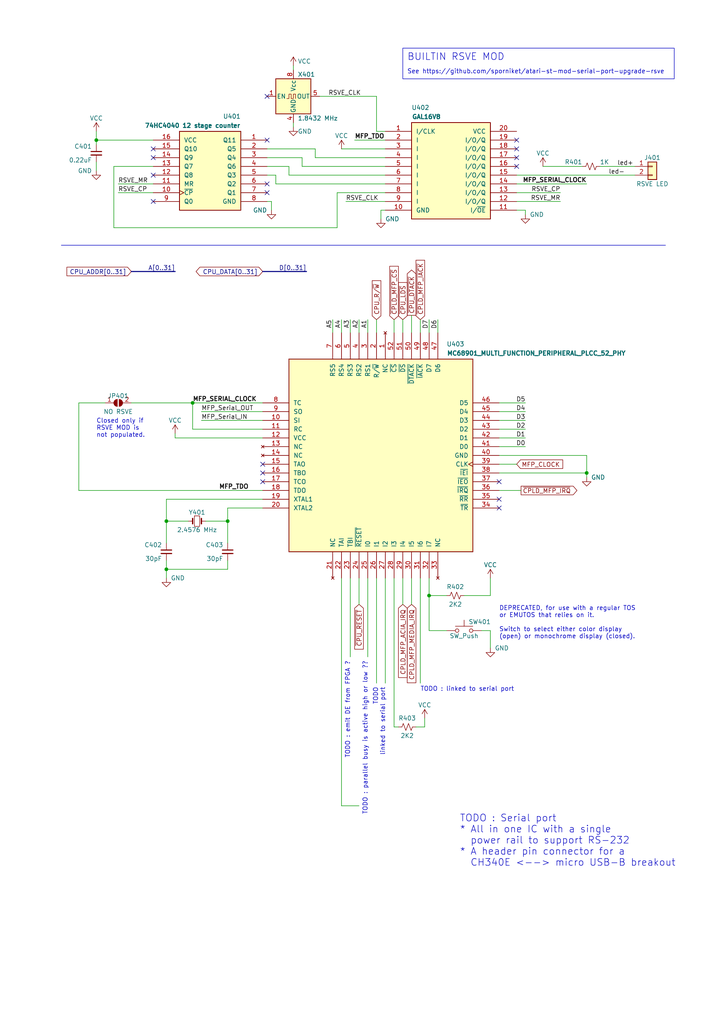
<source format=kicad_sch>
(kicad_sch (version 20230121) (generator eeschema)
  (paper "A4" portrait)
  (title_block (title "Ximera XMR1020 mainboard") (date "2025-07-22") (rev "Mk-0 draft") (company "Sporniket") (comment 3 "https://github.com/sporniket/ximera-xmr1020-mainboard-by-sporniket.git") (comment 4 "Original repository :"))
  (lib_symbols
    (symbol "74x4040:12-STAGE_BINARY_RIPPLE_COUNTER_PHY" (pin_names (offset 1.27))
      (property "Reference" "U" (at -8.89 16.51 0))
      (property "Value" "12-STAGE_BINARY_RIPPLE_COUNTER_PHY" (at -8.89 13.97 0))
      (symbol "12-STAGE_BINARY_RIPPLE_COUNTER_PHY_0_0"
        (rectangle (start -8.89 11.43) (end 8.89 -11.43) (stroke (width 0.254)) (fill (type background)))
        (pin output line (at -16.51 8.89 0) (length 7.62) (name "Q11") (number "1"))
        (pin input clock (at 16.51 -6.35 180) (length 7.62) (name "~{CP}") (number "10"))
        (pin input line (at 16.51 -3.81 180) (length 7.62) (name "MR") (number "11"))
        (pin output line (at 16.51 -1.27 180) (length 7.62) (name "Q8") (number "12"))
        (pin output line (at 16.51 1.27 180) (length 7.62) (name "Q7") (number "13"))
        (pin output line (at 16.51 3.81 180) (length 7.62) (name "Q9") (number "14"))
        (pin output line (at 16.51 6.35 180) (length 7.62) (name "Q10") (number "15"))
        (pin power_in line (at 16.51 8.89 180) (length 7.62) (name "VCC") (number "16"))
        (pin output line (at -16.51 6.35 0) (length 7.62) (name "Q5") (number "2"))
        (pin output line (at -16.51 3.81 0) (length 7.62) (name "Q4") (number "3"))
        (pin output line (at -16.51 1.27 0) (length 7.62) (name "Q6") (number "4"))
        (pin output line (at -16.51 -1.27 0) (length 7.62) (name "Q3") (number "5"))
        (pin output line (at -16.51 -3.81 0) (length 7.62) (name "Q2") (number "6"))
        (pin output line (at -16.51 -6.35 0) (length 7.62) (name "Q1") (number "7"))
        (pin power_in line (at -16.51 -8.89 0) (length 7.62) (name "GND") (number "8"))
        (pin output line (at 16.51 -8.89 180) (length 7.62) (name "Q0") (number "9"))
      )
    )
    (symbol "Connector_Generic:Conn_01x02" (pin_names (offset 1.016) hide)
      (property "Reference" "J" (at 0 2.54 0))
      (property "Value" "Conn_01x02" (at 0 -5.08 0))
      (symbol "Conn_01x02_1_1"
        (rectangle (start -1.27 -2.413) (end 0 -2.667) (stroke (width 0.1524)))
        (rectangle (start -1.27 0.127) (end 0 -0.127) (stroke (width 0.1524)))
        (rectangle (start -1.27 1.27) (end 1.27 -3.81) (stroke (width 0.254)) (fill (type background)))
        (pin passive line (at -5.08 0 0) (length 3.81) (name "Pin_1") (number "1"))
        (pin passive line (at -5.08 -2.54 0) (length 3.81) (name "Pin_2") (number "2"))
      )
    )
    (symbol "Device:C_Small" (pin_numbers hide) (pin_names (offset 0.254) hide)
      (property "Reference" "C" (at 0.254 1.778 0))
      (property "Value" "C_Small" (at 0.254 -2.032 0))
      (symbol "C_Small_0_1"
        (polyline (pts (xy -1.524 -0.508) (xy 1.524 -0.508)) (stroke (width 0.3302)))
        (polyline (pts (xy -1.524 0.508) (xy 1.524 0.508)) (stroke (width 0.3048)))
      )
      (symbol "C_Small_1_1"
        (pin passive line (at 0 2.54 270) (length 2.032) (name "~") (number "1"))
        (pin passive line (at 0 -2.54 90) (length 2.032) (name "~") (number "2"))
      )
    )
    (symbol "Device:Crystal_Small" (pin_numbers hide) (pin_names (offset 1.016) hide)
      (property "Reference" "Y" (at 0 2.54 0))
      (property "Value" "Crystal_Small" (at 0 -2.54 0))
      (symbol "Crystal_Small_0_1"
        (rectangle (start -0.762 -1.524) (end 0.762 1.524))
        (polyline (pts (xy -1.27 -0.762) (xy -1.27 0.762)) (stroke (width 0.381)))
        (polyline (pts (xy 1.27 -0.762) (xy 1.27 0.762)) (stroke (width 0.381)))
      )
      (symbol "Crystal_Small_1_1"
        (pin passive line (at -2.54 0 0) (length 1.27) (name "1") (number "1"))
        (pin passive line (at 2.54 0 180) (length 1.27) (name "2") (number "2"))
      )
    )
    (symbol "Device:R_Small_US" (pin_numbers hide) (pin_names (offset 0.254) hide)
      (property "Reference" "R" (at 0.762 0.508 0))
      (property "Value" "R_Small_US" (at 0.762 -1.016 0))
      (symbol "R_Small_US_1_1"
        (polyline (pts (xy 0 0) (xy 1.016 -0.381) (xy 0 -0.762) (xy -1.016 -1.143) (xy 0 -1.524)))
        (polyline (pts (xy 0 1.524) (xy 1.016 1.143) (xy 0 0.762) (xy -1.016 0.381) (xy 0 0)))
        (pin passive line (at 0 2.54 270) (length 1.016) (name "~") (number "1"))
        (pin passive line (at 0 -2.54 90) (length 1.016) (name "~") (number "2"))
      )
    )
    (symbol "Jumper:SolderJumper_2_Open" (pin_names (offset 0) hide)
      (property "Reference" "JP" (at 0 2.032 0))
      (property "Value" "SolderJumper_2_Open" (at 0 -2.54 0))
      (symbol "SolderJumper_2_Open_0_1"
        (arc (start -0.254 1.016) (mid -1.2656 0) (end -0.254 -1.016))
        (arc (start -0.254 1.016) (mid -1.2656 0) (end -0.254 -1.016) (fill (type outline)))
        (polyline (pts (xy -0.254 1.016) (xy -0.254 -1.016)))
        (polyline (pts (xy 0.254 1.016) (xy 0.254 -1.016)))
        (arc (start 0.254 -1.016) (mid 1.2656 0) (end 0.254 1.016))
        (arc (start 0.254 -1.016) (mid 1.2656 0) (end 0.254 1.016) (fill (type outline)))
      )
      (symbol "SolderJumper_2_Open_1_1"
        (pin passive line (at -3.81 0 0) (length 2.54) (name "A") (number "1"))
        (pin passive line (at 3.81 0 180) (length 2.54) (name "B") (number "2"))
      )
    )
    (symbol "Oscillator:CXO_DIP8" (pin_names (offset 0.254))
      (property "Reference" "X" (at -5.08 6.35 0))
      (property "Value" "CXO_DIP8" (at 1.27 -6.35 0))
      (symbol "CXO_DIP8_0_1"
        (rectangle (start -5.08 5.08) (end 5.08 -5.08) (stroke (width 0.254)) (fill (type background)))
        (polyline (pts (xy -1.905 -0.635) (xy -1.27 -0.635) (xy -1.27 0.635) (xy -0.635 0.635) (xy -0.635 -0.635) (xy 0 -0.635) (xy 0 0.635) (xy 0.635 0.635) (xy 0.635 -0.635)))
      )
      (symbol "CXO_DIP8_1_1"
        (pin input line (at -7.62 0 0) (length 2.54) (name "EN") (number "1"))
        (pin power_in line (at 0 -7.62 90) (length 2.54) (name "GND") (number "4"))
        (pin output line (at 7.62 0 180) (length 2.54) (name "OUT") (number "5"))
        (pin power_in line (at 0 7.62 270) (length 2.54) (name "Vcc") (number "8"))
      )
    )
    (symbol "Switch:SW_Push" (pin_numbers hide) (pin_names (offset 1.016) hide)
      (property "Reference" "SW" (at 1.27 2.54 0))
      (property "Value" "SW_Push" (at 0 -1.524 0))
      (symbol "SW_Push_0_1"
        (circle (center -2.032 0) (radius 0.508))
        (polyline (pts (xy 0 1.27) (xy 0 3.048)))
        (polyline (pts (xy 2.54 1.27) (xy -2.54 1.27)))
        (circle (center 2.032 0) (radius 0.508))
        (pin passive line (at -5.08 0 0) (length 2.54) (name "1") (number "1"))
        (pin passive line (at 5.08 0 180) (length 2.54) (name "2") (number "2"))
      )
    )
    (symbol "gal16v8:HIGH_PERFORMANCE_E2_CMOS_PLD_GENERIC_ARRAY_LOGIC_PHY" (pin_names (offset 1.27))
      (property "Reference" "U" (at -11.43 19.05 0))
      (property "Value" "HIGH_PERFORMANCE_E2_CMOS_PLD_GENERIC_ARRAY_LOGIC_PHY" (at -11.43 16.51 0))
      (symbol "HIGH_PERFORMANCE_E2_CMOS_PLD_GENERIC_ARRAY_LOGIC_PHY_0_0"
        (rectangle (start -11.43 13.97) (end 11.43 -13.97) (stroke (width 0.254)) (fill (type background)))
        (pin input line (at -19.05 11.43 0) (length 7.62) (name "I/CLK") (number "1"))
        (pin power_in line (at -19.05 -11.43 0) (length 7.62) (name "GND") (number "10"))
        (pin input line (at 19.05 -11.43 180) (length 7.62) (name "I/~{OE}") (number "11"))
        (pin bidirectional line (at 19.05 -8.89 180) (length 7.62) (name "I/O/Q") (number "12"))
        (pin bidirectional line (at 19.05 -6.35 180) (length 7.62) (name "I/O/Q") (number "13"))
        (pin bidirectional line (at 19.05 -3.81 180) (length 7.62) (name "I/O/Q") (number "14"))
        (pin bidirectional line (at 19.05 -1.27 180) (length 7.62) (name "I/O/Q") (number "15"))
        (pin bidirectional line (at 19.05 1.27 180) (length 7.62) (name "I/O/Q") (number "16"))
        (pin bidirectional line (at 19.05 3.81 180) (length 7.62) (name "I/O/Q") (number "17"))
        (pin bidirectional line (at 19.05 6.35 180) (length 7.62) (name "I/O/Q") (number "18"))
        (pin bidirectional line (at 19.05 8.89 180) (length 7.62) (name "I/O/Q") (number "19"))
        (pin input line (at -19.05 8.89 0) (length 7.62) (name "I") (number "2"))
        (pin power_in line (at 19.05 11.43 180) (length 7.62) (name "VCC") (number "20"))
        (pin input line (at -19.05 6.35 0) (length 7.62) (name "I") (number "3"))
        (pin input line (at -19.05 3.81 0) (length 7.62) (name "I") (number "4"))
        (pin input line (at -19.05 1.27 0) (length 7.62) (name "I") (number "5"))
        (pin input line (at -19.05 -1.27 0) (length 7.62) (name "I") (number "6"))
        (pin input line (at -19.05 -3.81 0) (length 7.62) (name "I") (number "7"))
        (pin input line (at -19.05 -6.35 0) (length 7.62) (name "I") (number "8"))
        (pin input line (at -19.05 -8.89 0) (length 7.62) (name "I") (number "9"))
      )
    )
    (symbol "mc68901d-plcc52:MC68901_MULTI_FUNCTION_PERIPHERAL_PLCC_52_PHY" (pin_names (offset 1.27))
      (property "Reference" "U" (at 19.05 33.02 0))
      (property "Value" "MC68901_MULTI_FUNCTION_PERIPHERAL_PLCC_52_PHY" (at 19.05 30.48 0))
      (symbol "MC68901_MULTI_FUNCTION_PERIPHERAL_PLCC_52_PHY_0_0"
        (rectangle (start -26.67 27.94) (end 26.67 -27.94) (stroke (width 0.254)) (fill (type background)))
        (pin no_connect line (at 1.27 35.56 270) (length 7.62) (name "NC") (number "1"))
        (pin input line (at -34.29 10.16 0) (length 7.62) (name "SI") (number "10"))
        (pin input line (at -34.29 7.62 0) (length 7.62) (name "RC") (number "11"))
        (pin power_in line (at -34.29 5.08 0) (length 7.62) (name "VCC") (number "12"))
        (pin no_connect line (at -34.29 2.54 0) (length 7.62) (name "NC") (number "13"))
        (pin no_connect line (at -34.29 0 0) (length 7.62) (name "NC") (number "14"))
        (pin output line (at -34.29 -2.54 0) (length 7.62) (name "TAO") (number "15"))
        (pin output line (at -34.29 -5.08 0) (length 7.62) (name "TBO") (number "16"))
        (pin output line (at -34.29 -7.62 0) (length 7.62) (name "TCO") (number "17"))
        (pin output line (at -34.29 -10.16 0) (length 7.62) (name "TDO") (number "18"))
        (pin input line (at -34.29 -12.7 0) (length 7.62) (name "XTAL1") (number "19"))
        (pin input line (at -1.27 35.56 270) (length 7.62) (name "R/~{W}") (number "2"))
        (pin output line (at -34.29 -15.24 0) (length 7.62) (name "XTAL2") (number "20"))
        (pin no_connect line (at -13.97 -35.56 90) (length 7.62) (name "NC") (number "21"))
        (pin input line (at -11.43 -35.56 90) (length 7.62) (name "TAI") (number "22"))
        (pin input line (at -8.89 -35.56 90) (length 7.62) (name "TBI") (number "23"))
        (pin input line (at -6.35 -35.56 90) (length 7.62) (name "~{RESET}") (number "24"))
        (pin bidirectional line (at -3.81 -35.56 90) (length 7.62) (name "I0") (number "25"))
        (pin bidirectional line (at -1.27 -35.56 90) (length 7.62) (name "I1") (number "26"))
        (pin bidirectional line (at 1.27 -35.56 90) (length 7.62) (name "I2") (number "27"))
        (pin bidirectional line (at 3.81 -35.56 90) (length 7.62) (name "I3") (number "28"))
        (pin bidirectional line (at 6.35 -35.56 90) (length 7.62) (name "I4") (number "29"))
        (pin input line (at -3.81 35.56 270) (length 7.62) (name "RS1") (number "3"))
        (pin bidirectional line (at 8.89 -35.56 90) (length 7.62) (name "I5") (number "30"))
        (pin bidirectional line (at 11.43 -35.56 90) (length 7.62) (name "I6") (number "31"))
        (pin bidirectional line (at 13.97 -35.56 90) (length 7.62) (name "I7") (number "32"))
        (pin no_connect line (at 16.51 -35.56 90) (length 7.62) (name "NC") (number "33"))
        (pin output line (at 34.29 -15.24 180) (length 7.62) (name "~{TR}") (number "34"))
        (pin output line (at 34.29 -12.7 180) (length 7.62) (name "~{RR}") (number "35"))
        (pin output line (at 34.29 -10.16 180) (length 7.62) (name "~{IRQ}") (number "36"))
        (pin output line (at 34.29 -7.62 180) (length 7.62) (name "~{IEO}") (number "37"))
        (pin input line (at 34.29 -5.08 180) (length 7.62) (name "~{IEI}") (number "38"))
        (pin input clock (at 34.29 -2.54 180) (length 7.62) (name "CLK") (number "39"))
        (pin input line (at -6.35 35.56 270) (length 7.62) (name "RS2") (number "4"))
        (pin power_in line (at 34.29 0 180) (length 7.62) (name "GND") (number "40"))
        (pin bidirectional line (at 34.29 2.54 180) (length 7.62) (name "D0") (number "41"))
        (pin bidirectional line (at 34.29 5.08 180) (length 7.62) (name "D1") (number "42"))
        (pin bidirectional line (at 34.29 7.62 180) (length 7.62) (name "D2") (number "43"))
        (pin bidirectional line (at 34.29 10.16 180) (length 7.62) (name "D3") (number "44"))
        (pin bidirectional line (at 34.29 12.7 180) (length 7.62) (name "D4") (number "45"))
        (pin bidirectional line (at 34.29 15.24 180) (length 7.62) (name "D5") (number "46"))
        (pin bidirectional line (at 16.51 35.56 270) (length 7.62) (name "D6") (number "47"))
        (pin bidirectional line (at 13.97 35.56 270) (length 7.62) (name "D7") (number "48"))
        (pin input line (at 11.43 35.56 270) (length 7.62) (name "~{IACK}") (number "49"))
        (pin input line (at -8.89 35.56 270) (length 7.62) (name "RS3") (number "5"))
        (pin tri_state line (at 8.89 35.56 270) (length 7.62) (name "~{DTACK}") (number "50"))
        (pin input line (at 6.35 35.56 270) (length 7.62) (name "~{DS}") (number "51"))
        (pin input line (at 3.81 35.56 270) (length 7.62) (name "~{CS}") (number "52"))
        (pin input line (at -11.43 35.56 270) (length 7.62) (name "RS4") (number "6"))
        (pin input line (at -13.97 35.56 270) (length 7.62) (name "RS5") (number "7"))
        (pin input line (at -34.29 15.24 0) (length 7.62) (name "TC") (number "8"))
        (pin output line (at -34.29 12.7 0) (length 7.62) (name "SO") (number "9"))
      )
    )
    (symbol "power:GND" (power) (pin_names (offset 0))
      (property "Value" "GND" (at 0 -3.81 0))
      (symbol "GND_0_1"
        (polyline (pts (xy 0 0) (xy 0 -1.27) (xy 1.27 -1.27) (xy 0 -2.54) (xy -1.27 -1.27) (xy 0 -1.27)))
      )
      (symbol "GND_1_1"
        (pin power_in line (at 0 0 270) (length 0) hide (name "GND") (number "1"))
      )
    )
    (symbol "power:VCC" (power) (pin_names (offset 0))
      (property "Value" "VCC" (at 0 3.81 0))
      (symbol "VCC_0_1"
        (polyline (pts (xy -0.762 1.27) (xy 0 2.54)))
        (polyline (pts (xy 0 0) (xy 0 2.54)))
        (polyline (pts (xy 0 2.54) (xy 0.762 1.27)))
      )
      (symbol "VCC_1_1"
        (pin power_in line (at 0 0 90) (length 0) hide (name "VCC") (number "1"))
      )
    )
  )
  (junction (at 66.04 151.13))
  (junction (at 27.94 40.64))
  (junction (at 170.18 137.16))
  (junction (at 48.26 151.13))
  (junction (at 55.88 116.84))
  (junction (at 124.46 172.72))
  (junction (at 48.26 165.1))
  (no_connect (at 144.78 147.32))
  (no_connect (at 76.2 139.7))
  (no_connect (at 144.78 144.78))
  (no_connect (at 149.86 43.18))
  (no_connect (at 76.2 134.62))
  (no_connect (at 77.47 53.34))
  (no_connect (at 77.47 27.94))
  (no_connect (at 76.2 137.16))
  (no_connect (at 149.86 45.72))
  (no_connect (at 149.86 48.26))
  (no_connect (at 44.45 50.8))
  (no_connect (at 149.86 40.64))
  (no_connect (at 44.45 58.42))
  (no_connect (at 144.78 139.7))
  (no_connect (at 77.47 40.64))
  (no_connect (at 44.45 45.72))
  (no_connect (at 77.47 55.88))
  (no_connect (at 44.45 43.18))
  (wire (pts (xy 99.06 96.52) (xy 99.06 92.71)))
  (wire (pts (xy 33.02 48.26) (xy 44.45 48.26)))
  (wire (pts (xy 109.22 92.71) (xy 109.22 96.52)))
  (wire (pts (xy 22.86 142.24) (xy 76.2 142.24)))
  (wire (pts (xy 124.46 182.88) (xy 124.46 172.72)))
  (wire (pts (xy 116.84 167.64) (xy 116.84 175.26)))
  (wire (pts (xy 144.78 137.16) (xy 170.18 137.16)))
  (wire (pts (xy 170.18 132.08) (xy 170.18 137.16)))
  (wire (pts (xy 77.47 43.18) (xy 91.44 43.18)))
  (wire (pts (xy 106.68 96.52) (xy 106.68 92.71)))
  (wire (pts (xy 48.26 151.13) (xy 54.61 151.13)))
  (wire (pts (xy 97.79 66.04) (xy 33.02 66.04)))
  (wire (pts (xy 97.79 55.88) (xy 97.79 66.04)))
  (wire (pts (xy 144.78 142.24) (xy 151.13 142.24)))
  (wire (pts (xy 85.09 35.56) (xy 85.09 36.83)))
  (wire (pts (xy 27.94 38.1) (xy 27.94 40.64)))
  (wire (pts (xy 76.2 144.78) (xy 48.26 144.78)))
  (wire (pts (xy 44.45 40.64) (xy 27.94 40.64)))
  (wire (pts (xy 91.44 45.72) (xy 91.44 43.18)))
  (wire (pts (xy 66.04 157.48) (xy 66.04 151.13)))
  (wire (pts (xy 99.06 167.64) (xy 99.06 233.68)))
  (wire (pts (xy 92.71 27.94) (xy 109.22 27.94)))
  (wire (pts (xy 152.4 60.96) (xy 152.4 62.23)))
  (wire (pts (xy 129.54 182.88) (xy 124.46 182.88)))
  (wire (pts (xy 102.87 40.64) (xy 111.76 40.64)))
  (bus (pts (xy 50.8 78.74) (xy 38.1 78.74)))
  (wire (pts (xy 50.8 127) (xy 76.2 127)))
  (wire (pts (xy 144.78 121.92) (xy 152.4 121.92)))
  (wire (pts (xy 149.86 50.8) (xy 184.15 50.8)))
  (wire (pts (xy 173.99 48.26) (xy 184.15 48.26)))
  (wire (pts (xy 124.46 92.71) (xy 124.46 96.52)))
  (wire (pts (xy 144.78 132.08) (xy 170.18 132.08)))
  (wire (pts (xy 55.88 116.84) (xy 55.88 124.46)))
  (wire (pts (xy 48.26 144.78) (xy 48.26 151.13)))
  (wire (pts (xy 149.86 58.42) (xy 162.56 58.42)))
  (wire (pts (xy 38.1 116.84) (xy 55.88 116.84)))
  (wire (pts (xy 119.38 91.44) (xy 119.38 96.52)))
  (wire (pts (xy 144.78 124.46) (xy 152.4 124.46)))
  (wire (pts (xy 76.2 147.32) (xy 66.04 147.32)))
  (wire (pts (xy 109.22 27.94) (xy 109.22 38.1)))
  (wire (pts (xy 106.68 167.64) (xy 106.68 190.5)))
  (wire (pts (xy 109.22 38.1) (xy 111.76 38.1)))
  (wire (pts (xy 27.94 46.99) (xy 27.94 49.53)))
  (wire (pts (xy 149.86 53.34) (xy 170.18 53.34)))
  (wire (pts (xy 144.78 129.54) (xy 152.4 129.54)))
  (wire (pts (xy 144.78 134.62) (xy 149.86 134.62)))
  (wire (pts (xy 33.02 66.04) (xy 33.02 48.26)))
  (wire (pts (xy 48.26 167.64) (xy 48.26 165.1)))
  (wire (pts (xy 170.18 137.16) (xy 170.18 138.43)))
  (wire (pts (xy 48.26 162.56) (xy 48.26 165.1)))
  (wire (pts (xy 48.26 165.1) (xy 66.04 165.1)))
  (wire (pts (xy 101.6 167.64) (xy 101.6 190.5)))
  (polyline (pts (xy 17.78 71.12) (xy 193.04 71.12)) (stroke (width 0) (type solid)))
  (wire (pts (xy 116.84 92.71) (xy 116.84 96.52)))
  (wire (pts (xy 111.76 167.64) (xy 111.76 198.12)))
  (wire (pts (xy 101.6 96.52) (xy 101.6 92.71)))
  (wire (pts (xy 119.38 167.64) (xy 119.38 175.26)))
  (wire (pts (xy 80.01 53.34) (xy 80.01 50.8)))
  (wire (pts (xy 114.3 92.71) (xy 114.3 96.52)))
  (wire (pts (xy 127 92.71) (xy 127 96.52)))
  (wire (pts (xy 66.04 151.13) (xy 59.69 151.13)))
  (wire (pts (xy 157.48 48.26) (xy 168.91 48.26)))
  (wire (pts (xy 80.01 50.8) (xy 77.47 50.8)))
  (wire (pts (xy 144.78 119.38) (xy 152.4 119.38)))
  (wire (pts (xy 58.42 119.38) (xy 76.2 119.38)))
  (wire (pts (xy 115.57 210.82) (xy 114.3 210.82)))
  (wire (pts (xy 110.49 60.96) (xy 111.76 60.96)))
  (wire (pts (xy 111.76 50.8) (xy 83.82 50.8)))
  (wire (pts (xy 48.26 157.48) (xy 48.26 151.13)))
  (wire (pts (xy 78.74 58.42) (xy 77.47 58.42)))
  (wire (pts (xy 149.86 60.96) (xy 152.4 60.96)))
  (wire (pts (xy 96.52 96.52) (xy 96.52 92.71)))
  (wire (pts (xy 139.7 182.88) (xy 142.24 182.88)))
  (wire (pts (xy 66.04 147.32) (xy 66.04 151.13)))
  (wire (pts (xy 99.06 233.68) (xy 104.14 233.68)))
  (wire (pts (xy 109.22 167.64) (xy 109.22 198.12)))
  (wire (pts (xy 149.86 55.88) (xy 162.56 55.88)))
  (wire (pts (xy 124.46 167.64) (xy 124.46 172.72)))
  (wire (pts (xy 99.06 43.18) (xy 111.76 43.18)))
  (wire (pts (xy 110.49 60.96) (xy 110.49 63.5)))
  (wire (pts (xy 78.74 60.96) (xy 78.74 58.42)))
  (wire (pts (xy 111.76 45.72) (xy 91.44 45.72)))
  (wire (pts (xy 121.92 167.64) (xy 121.92 198.12)))
  (wire (pts (xy 114.3 210.82) (xy 114.3 167.64)))
  (wire (pts (xy 66.04 165.1) (xy 66.04 162.56)))
  (wire (pts (xy 27.94 40.64) (xy 27.94 41.91)))
  (wire (pts (xy 76.2 116.84) (xy 55.88 116.84)))
  (wire (pts (xy 144.78 127) (xy 152.4 127)))
  (wire (pts (xy 87.63 48.26) (xy 87.63 45.72)))
  (wire (pts (xy 50.8 125.73) (xy 50.8 127)))
  (wire (pts (xy 34.29 53.34) (xy 44.45 53.34)))
  (wire (pts (xy 100.33 58.42) (xy 111.76 58.42)))
  (wire (pts (xy 34.29 55.88) (xy 44.45 55.88)))
  (wire (pts (xy 104.14 96.52) (xy 104.14 92.71)))
  (wire (pts (xy 123.19 210.82) (xy 120.65 210.82)))
  (wire (pts (xy 142.24 182.88) (xy 142.24 187.96)))
  (wire (pts (xy 30.48 116.84) (xy 22.86 116.84)))
  (wire (pts (xy 55.88 124.46) (xy 76.2 124.46)))
  (wire (pts (xy 97.79 55.88) (xy 111.76 55.88)))
  (wire (pts (xy 142.24 172.72) (xy 134.62 172.72)))
  (wire (pts (xy 142.24 167.64) (xy 142.24 172.72)))
  (wire (pts (xy 22.86 116.84) (xy 22.86 142.24)))
  (wire (pts (xy 111.76 53.34) (xy 80.01 53.34)))
  (wire (pts (xy 121.92 92.71) (xy 121.92 96.52)))
  (wire (pts (xy 77.47 45.72) (xy 87.63 45.72)))
  (wire (pts (xy 124.46 172.72) (xy 129.54 172.72)))
  (wire (pts (xy 85.09 19.05) (xy 85.09 20.32)))
  (wire (pts (xy 111.76 48.26) (xy 87.63 48.26)))
  (wire (pts (xy 83.82 50.8) (xy 83.82 48.26)))
  (wire (pts (xy 123.19 208.28) (xy 123.19 210.82)))
  (bus (pts (xy 88.9 78.74) (xy 76.2 78.74)))
  (wire (pts (xy 144.78 116.84) (xy 152.4 116.84)))
  (wire (pts (xy 104.14 167.64) (xy 104.14 175.26)))
  (wire (pts (xy 58.42 121.92) (xy 76.2 121.92)))
  (wire (pts (xy 77.47 48.26) (xy 83.82 48.26)))
  (rectangle (start 116.84 13.97) (end 195.58 22.86))
  (text "DEPRECATED, for use with a regular TOS\nor EMUTOS that relies on it.\n\nSwitch to select either color display\n(open) or monochrome display (closed).\n" (at 144.78 185.42 0) (effects (font (size 1.27 1.27)) (justify left bottom)))
  (text "TODO : Serial port\n* All in one IC with a single\n  power rail to support RS-232\n* A header pin connector for a \n  CH340E <--> micro USB-B breakout" (at 133.35 251.46 0) (effects (font (size 2 2)) (justify left bottom)))
  (text "TODO\nlinked to serial port" (at 111.76 199.39 90) (effects (font (size 1.27 1.27)) (justify right bottom)))
  (text "TODO : linked to serial port" (at 121.92 200.66 0) (effects (font (size 1.27 1.27)) (justify left bottom)))
  (text "TODO : parallel busy is active high or low ??" (at 106.68 191.77 90) (effects (font (size 1.27 1.27)) (justify right bottom)))
  (text "BUILTIN RSVE MOD" (at 118.11 17.78 0) (effects (font (size 2 2)) (justify left bottom)))
  (text "TODO : emit DE from FPGA ?" (at 101.6 191.77 90) (effects (font (size 1.27 1.27)) (justify right bottom)))
  (text "Closed only if \nRSVE MOD is\nnot populated." (at 27.94 127 0) (effects (font (size 1.27 1.27)) (justify left bottom)))
  (text "See https://github.com/sporniket/atari-st-mod-serial-port-upgrade-rsve" (at 118.11 21.59 0) (effects (font (size 1.27 1.27)) (justify left bottom)))
  (label "RSVE_CLK" (at 100.33 58.42 0))
  (label "A1" (at 106.68 92.71 270))
  (label "MFP_Serial_IN" (at 58.42 121.92 0))
  (label "A3" (at 101.6 92.71 270))
  (label "MFP_SERIAL_CLOCK" (at 170.18 53.34 180) (effects (font bold)))
  (label "D4" (at 152.4 119.38 180))
  (label "D2" (at 152.4 124.46 180))
  (label "RSVE_CLK" (at 95.25 27.94 0))
  (label "MFP_Serial_OUT" (at 58.42 119.38 0))
  (label "D0" (at 152.4 129.54 180))
  (label "MFP_SERIAL_CLOCK" (at 55.88 116.84 0) (effects (font bold)))
  (label "D3" (at 152.4 121.92 180))
  (label "A4" (at 99.06 92.71 270))
  (label "D6" (at 127 92.71 270))
  (label "RSVE_CP" (at 34.29 55.88 0))
  (label "A[0..31]" (at 50.8 78.74 180))
  (label "RSVE_CP" (at 162.56 55.88 180))
  (label "RSVE_MR" (at 162.56 58.42 180))
  (label "D5" (at 152.4 116.84 180))
  (label "D1" (at 152.4 127 180))
  (label "A2" (at 104.14 92.71 270))
  (label "led+" (at 179.07 48.26 0))
  (label "MFP_TDO" (at 102.87 40.64 0) (effects (font (thickness 0.254) bold)))
  (label "A5" (at 96.52 92.71 270))
  (label "D[0..31]" (at 88.9 78.74 180))
  (label "RSVE_MR" (at 34.29 53.34 0))
  (label "D7" (at 124.46 92.71 270))
  (label "led-" (at 176.53 50.8 0))
  (label "MFP_TDO" (at 63.5 142.24 0) (effects (font (thickness 0.254) bold)))
  (global_label "~{CPLD_MFP_IACK}" (shape input) (at 121.92 92.71 90) (property "Intersheetrefs" "${INTERSHEET_REFS}" (effects hide)))
  (global_label "CPLD_MFP_MEDIA_IRQ" (shape input) (at 119.38 175.26 270) (property "Intersheetrefs" "${INTERSHEET_REFS}" (effects hide)))
  (global_label "~{CPLD_MFP_IRQ}" (shape output) (at 151.13 142.24 0) (property "Intersheetrefs" "${INTERSHEET_REFS}" (effects hide)))
  (global_label "CPU_R{slash}~{W}" (shape input) (at 109.22 92.71 90) (property "Intersheetrefs" "${INTERSHEET_REFS}" (effects hide)))
  (global_label "CPLD_MFP_ACIA_IRQ" (shape input) (at 116.84 175.26 270) (property "Intersheetrefs" "${INTERSHEET_REFS}" (effects hide)))
  (global_label "~{CPU_LDS}" (shape input) (at 116.84 92.71 90) (property "Intersheetrefs" "${INTERSHEET_REFS}" (effects hide)))
  (global_label "~{CPU_DTACK}" (shape output) (at 119.38 91.44 90) (property "Intersheetrefs" "${INTERSHEET_REFS}" (effects hide)))
  (global_label "~{CPU_RESET}" (shape input) (at 104.14 175.26 270) (property "Intersheetrefs" "${INTERSHEET_REFS}" (effects hide)))
  (global_label "CPU_ADDR[0..31]" (shape input) (at 38.1 78.74 180) (property "Intersheetrefs" "${INTERSHEET_REFS}" (effects hide)))
  (global_label "MFP_CLOCK" (shape input) (at 149.86 134.62 0) (property "Intersheetrefs" "${INTERSHEET_REFS}" (effects hide)))
  (global_label "CPU_DATA[0..31]" (shape bidirectional) (at 76.2 78.74 180) (property "Intersheetrefs" "${INTERSHEET_REFS}" (effects hide)))
  (global_label "~{CPLD_MFP_CS}" (shape input) (at 114.3 92.71 90) (property "Intersheetrefs" "${INTERSHEET_REFS}" (effects hide)))
  (symbol (lib_id "power:VCC") (at 85.09 19.05 0) (unit 1)
    (property "Reference" "#PWR0401" (effects hide))
    (property "Value" "VCC" (at 86.36 17.78 0) (effects (justify left)))
  )
  (symbol (lib_id "power:VCC") (at 50.8 125.73 0) (unit 1)
    (property "Reference" "#PWR0410" (effects hide))
    (property "Value" "VCC" (at 50.8 121.92 0))
  )
  (symbol (lib_id "power:GND") (at 110.49 63.5 0) (unit 1)
    (property "Reference" "#PWR0409" (effects hide))
    (property "Value" "GND" (at 111.76 63.5 0) (effects (justify left)))
  )
  (symbol (lib_id "Device:Crystal_Small") (at 57.15 151.13 0) (unit 1)
    (property "Reference" "Y401" (at 57.15 148.59 0))
    (property "Value" "2.4576 MHz" (at 57.15 153.67 0))
  )
  (symbol (lib_id "mc68901d-plcc52:MC68901_MULTI_FUNCTION_PERIPHERAL_PLCC_52_PHY") (at 110.49 132.08 0) (unit 1)
    (property "Reference" "U403" (at 129.54 99.06 0) (effects (justify left top)))
    (property "Value" "MC68901_MULTI_FUNCTION_PERIPHERAL_PLCC_52_PHY" (at 129.54 101.6 0) (effects (font bold) (justify left top)))
    (property "Footprint" "Package_LCC:PLCC-52_THT-Socket" (effects hide))
    (property "Datasheet" "https://www.nxp.com/docs/en/reference-manual/MC68901UM.pdf" (effects hide))
  )
  (symbol (lib_id "Device:R_Small_US") (at 118.11 210.82 90) (unit 1)
    (property "Reference" "R403" (at 118.11 208.28 90))
    (property "Value" "2K2" (at 118.11 213.36 90))
  )
  (symbol (lib_id "power:GND") (at 170.18 138.43 0) (unit 1)
    (property "Reference" "#PWR0411" (effects hide))
    (property "Value" "GND" (at 171.45 138.43 0) (effects (justify left)))
  )
  (symbol (lib_id "Device:R_Small_US") (at 171.45 48.26 90) (unit 1)
    (property "Reference" "R401" (at 168.91 46.99 90) (effects (justify left)))
    (property "Value" "1K" (at 173.99 46.99 90) (effects (justify right)))
  )
  (symbol (lib_id "Device:C_Small") (at 48.26 160.02 0) (unit 1)
    (property "Reference" "C402" (at 46.99 158.75 0) (effects (justify right bottom)))
    (property "Value" "30pF" (at 46.99 161.29 0) (effects (justify right top)))
  )
  (symbol (lib_id "Device:C_Small") (at 27.94 44.45 0) (unit 1)
    (property "Reference" "C401" (at 26.67 43.18 0) (effects (justify right bottom)))
    (property "Value" "0.22uF" (at 26.67 45.72 0) (effects (justify right top)))
  )
  (symbol (lib_id "power:GND") (at 152.4 62.23 0) (unit 1)
    (property "Reference" "#PWR0408" (effects hide))
    (property "Value" "GND" (at 153.67 62.23 0) (effects (justify left)))
  )
  (symbol (lib_id "74x4040:12-STAGE_BINARY_RIPPLE_COUNTER_PHY") (at 60.96 49.53 0) (mirror y) (unit 1)
    (property "Reference" "U401" (at 69.85 33.02 0) (effects (justify left top)))
    (property "Value" "74HC4040 12 stage counter" (at 69.85 35.56 0) (effects (font bold) (justify left top)))
    (property "Footprint" "Package_DIP:DIP-16_W7.62mm_LongPads" (effects hide))
    (property "Datasheet" "https://assets.nexperia.com/documents/data-sheet/74HC_HCT4040.pdf" (effects hide))
  )
  (symbol (lib_id "power:VCC") (at 27.94 38.1 0) (unit 1)
    (property "Reference" "#PWR0403" (effects hide))
    (property "Value" "VCC" (at 27.94 34.29 0))
  )
  (symbol (lib_id "power:GND") (at 85.09 36.83 0) (unit 1)
    (property "Reference" "#PWR0402" (effects hide))
    (property "Value" "GND" (at 86.36 38.1 0) (effects (justify left)))
  )
  (symbol (lib_id "power:VCC") (at 142.24 167.64 0) (unit 1)
    (property "Reference" "#PWR0413" (effects hide))
    (property "Value" "VCC" (at 142.24 163.83 0))
  )
  (symbol (lib_id "power:GND") (at 48.26 167.64 0) (unit 1)
    (property "Reference" "#PWR0412" (effects hide))
    (property "Value" "GND" (at 49.53 167.64 0) (effects (justify left)))
  )
  (symbol (lib_id "Jumper:SolderJumper_2_Open") (at 34.29 116.84 0) (unit 1)
    (property "Reference" "JP401" (at 34.29 114.808 0))
    (property "Value" "NO RSVE" (at 34.29 119.38 0))
  )
  (symbol (lib_id "Device:R_Small_US") (at 132.08 172.72 90) (unit 1)
    (property "Reference" "R402" (at 132.08 170.18 90))
    (property "Value" "2K2" (at 132.08 175.26 90))
  )
  (symbol (lib_id "gal16v8:HIGH_PERFORMANCE_E2_CMOS_PLD_GENERIC_ARRAY_LOGIC_PHY") (at 130.81 49.53 0) (unit 1)
    (property "Reference" "U402" (at 119.38 30.48 0) (effects (justify left top)))
    (property "Value" "GAL16V8" (at 119.38 33.02 0) (effects (font bold) (justify left top)))
    (property "Footprint" "Package_DIP:DIP-20_W7.62mm_LongPads" (effects hide))
    (property "Datasheet" "https://www.latticesemi.com/-/media/LatticeSemi/Documents/DataSheets/GAL/GAL16V8883DataSheet.ashx" (effects hide))
  )
  (symbol (lib_id "power:VCC") (at 123.19 208.28 0) (unit 1)
    (property "Reference" "#PWR0415" (effects hide))
    (property "Value" "VCC" (at 123.19 204.47 0))
  )
  (symbol (lib_id "Connector_Generic:Conn_01x02") (at 189.23 48.26 0) (unit 1)
    (property "Reference" "J401" (at 189.23 45.72 0))
    (property "Value" "RSVE LED" (at 189.23 53.34 0))
  )
  (symbol (lib_id "Device:C_Small") (at 66.04 160.02 0) (unit 1)
    (property "Reference" "C403" (at 64.77 158.75 0) (effects (justify right bottom)))
    (property "Value" "30pF" (at 64.77 161.29 0) (effects (justify right top)))
  )
  (symbol (lib_id "Oscillator:CXO_DIP8") (at 85.09 27.94 0) (unit 1)
    (property "Reference" "X401" (at 86.36 21.59 0) (effects (justify left)))
    (property "Value" "1.8432 MHz" (at 86.36 34.29 0) (effects (justify left)))
    (property "Footprint" "Oscillator:Oscillator_DIP-8" (effects hide))
    (property "Datasheet" "http://cdn-reichelt.de/documents/datenblatt/B400/OSZI.pdf" (effects hide))
  )
  (symbol (lib_id "power:VCC") (at 99.06 43.18 0) (unit 1)
    (property "Reference" "#PWR0404" (effects hide))
    (property "Value" "VCC" (at 99.06 39.37 0))
  )
  (symbol (lib_id "power:VCC") (at 157.48 48.26 0) (unit 1)
    (property "Reference" "#PWR0405" (effects hide))
    (property "Value" "VCC" (at 157.48 44.45 0))
  )
  (symbol (lib_id "power:GND") (at 27.94 49.53 0) (unit 1)
    (property "Reference" "#PWR0406" (effects hide))
    (property "Value" "GND" (at 26.67 49.53 0) (effects (justify right)))
  )
  (symbol (lib_id "Switch:SW_Push") (at 134.62 182.88 0) (unit 1)
    (property "Reference" "SW401" (at 135.89 180.34 0) (effects (justify left)))
    (property "Value" "SW_Push" (at 134.62 184.404 0))
  )
  (symbol (lib_id "power:GND") (at 78.74 60.96 0) (unit 1)
    (property "Reference" "#PWR0407" (effects hide))
    (property "Value" "GND" (at 77.47 60.96 0) (effects (justify right)))
  )
  (symbol (lib_id "power:GND") (at 142.24 187.96 0) (unit 1)
    (property "Reference" "#PWR0414" (effects hide))
    (property "Value" "GND" (at 143.51 187.96 0) (effects (justify left)))
  )
)
</source>
